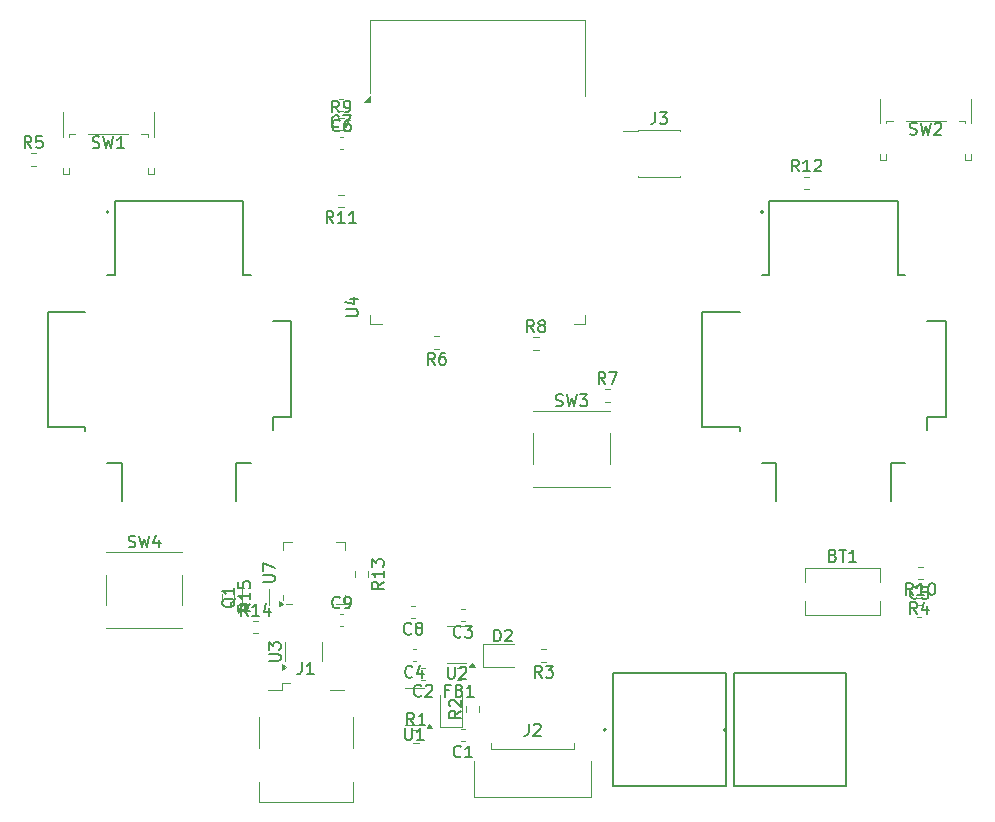
<source format=gbr>
%TF.GenerationSoftware,KiCad,Pcbnew,8.0.6*%
%TF.CreationDate,2025-03-30T10:45:59+02:00*%
%TF.ProjectId,RcSender,52635365-6e64-4657-922e-6b696361645f,rev?*%
%TF.SameCoordinates,Original*%
%TF.FileFunction,Legend,Top*%
%TF.FilePolarity,Positive*%
%FSLAX46Y46*%
G04 Gerber Fmt 4.6, Leading zero omitted, Abs format (unit mm)*
G04 Created by KiCad (PCBNEW 8.0.6) date 2025-03-30 10:45:59*
%MOMM*%
%LPD*%
G01*
G04 APERTURE LIST*
%ADD10C,0.150000*%
%ADD11C,0.120000*%
%ADD12C,0.127000*%
%ADD13C,0.200000*%
G04 APERTURE END LIST*
D10*
X66084819Y-122967857D02*
X65608628Y-123301190D01*
X66084819Y-123539285D02*
X65084819Y-123539285D01*
X65084819Y-123539285D02*
X65084819Y-123158333D01*
X65084819Y-123158333D02*
X65132438Y-123063095D01*
X65132438Y-123063095D02*
X65180057Y-123015476D01*
X65180057Y-123015476D02*
X65275295Y-122967857D01*
X65275295Y-122967857D02*
X65418152Y-122967857D01*
X65418152Y-122967857D02*
X65513390Y-123015476D01*
X65513390Y-123015476D02*
X65561009Y-123063095D01*
X65561009Y-123063095D02*
X65608628Y-123158333D01*
X65608628Y-123158333D02*
X65608628Y-123539285D01*
X66084819Y-122015476D02*
X66084819Y-122586904D01*
X66084819Y-122301190D02*
X65084819Y-122301190D01*
X65084819Y-122301190D02*
X65227676Y-122396428D01*
X65227676Y-122396428D02*
X65322914Y-122491666D01*
X65322914Y-122491666D02*
X65370533Y-122586904D01*
X65084819Y-121682142D02*
X65084819Y-121063095D01*
X65084819Y-121063095D02*
X65465771Y-121396428D01*
X65465771Y-121396428D02*
X65465771Y-121253571D01*
X65465771Y-121253571D02*
X65513390Y-121158333D01*
X65513390Y-121158333D02*
X65561009Y-121110714D01*
X65561009Y-121110714D02*
X65656247Y-121063095D01*
X65656247Y-121063095D02*
X65894342Y-121063095D01*
X65894342Y-121063095D02*
X65989580Y-121110714D01*
X65989580Y-121110714D02*
X66037200Y-121158333D01*
X66037200Y-121158333D02*
X66084819Y-121253571D01*
X66084819Y-121253571D02*
X66084819Y-121539285D01*
X66084819Y-121539285D02*
X66037200Y-121634523D01*
X66037200Y-121634523D02*
X65989580Y-121682142D01*
X53530057Y-124365238D02*
X53482438Y-124460476D01*
X53482438Y-124460476D02*
X53387200Y-124555714D01*
X53387200Y-124555714D02*
X53244342Y-124698571D01*
X53244342Y-124698571D02*
X53196723Y-124793809D01*
X53196723Y-124793809D02*
X53196723Y-124889047D01*
X53434819Y-124841428D02*
X53387200Y-124936666D01*
X53387200Y-124936666D02*
X53291961Y-125031904D01*
X53291961Y-125031904D02*
X53101485Y-125079523D01*
X53101485Y-125079523D02*
X52768152Y-125079523D01*
X52768152Y-125079523D02*
X52577676Y-125031904D01*
X52577676Y-125031904D02*
X52482438Y-124936666D01*
X52482438Y-124936666D02*
X52434819Y-124841428D01*
X52434819Y-124841428D02*
X52434819Y-124650952D01*
X52434819Y-124650952D02*
X52482438Y-124555714D01*
X52482438Y-124555714D02*
X52577676Y-124460476D01*
X52577676Y-124460476D02*
X52768152Y-124412857D01*
X52768152Y-124412857D02*
X53101485Y-124412857D01*
X53101485Y-124412857D02*
X53291961Y-124460476D01*
X53291961Y-124460476D02*
X53387200Y-124555714D01*
X53387200Y-124555714D02*
X53434819Y-124650952D01*
X53434819Y-124650952D02*
X53434819Y-124841428D01*
X53434819Y-123460476D02*
X53434819Y-124031904D01*
X53434819Y-123746190D02*
X52434819Y-123746190D01*
X52434819Y-123746190D02*
X52577676Y-123841428D01*
X52577676Y-123841428D02*
X52672914Y-123936666D01*
X52672914Y-123936666D02*
X52720533Y-124031904D01*
X62899819Y-100476904D02*
X63709342Y-100476904D01*
X63709342Y-100476904D02*
X63804580Y-100429285D01*
X63804580Y-100429285D02*
X63852200Y-100381666D01*
X63852200Y-100381666D02*
X63899819Y-100286428D01*
X63899819Y-100286428D02*
X63899819Y-100095952D01*
X63899819Y-100095952D02*
X63852200Y-100000714D01*
X63852200Y-100000714D02*
X63804580Y-99953095D01*
X63804580Y-99953095D02*
X63709342Y-99905476D01*
X63709342Y-99905476D02*
X62899819Y-99905476D01*
X63233152Y-99000714D02*
X63899819Y-99000714D01*
X62852200Y-99238809D02*
X63566485Y-99476904D01*
X63566485Y-99476904D02*
X63566485Y-98857857D01*
X71525595Y-130154819D02*
X71525595Y-130964342D01*
X71525595Y-130964342D02*
X71573214Y-131059580D01*
X71573214Y-131059580D02*
X71620833Y-131107200D01*
X71620833Y-131107200D02*
X71716071Y-131154819D01*
X71716071Y-131154819D02*
X71906547Y-131154819D01*
X71906547Y-131154819D02*
X72001785Y-131107200D01*
X72001785Y-131107200D02*
X72049404Y-131059580D01*
X72049404Y-131059580D02*
X72097023Y-130964342D01*
X72097023Y-130964342D02*
X72097023Y-130154819D01*
X72525595Y-130250057D02*
X72573214Y-130202438D01*
X72573214Y-130202438D02*
X72668452Y-130154819D01*
X72668452Y-130154819D02*
X72906547Y-130154819D01*
X72906547Y-130154819D02*
X73001785Y-130202438D01*
X73001785Y-130202438D02*
X73049404Y-130250057D01*
X73049404Y-130250057D02*
X73097023Y-130345295D01*
X73097023Y-130345295D02*
X73097023Y-130440533D01*
X73097023Y-130440533D02*
X73049404Y-130583390D01*
X73049404Y-130583390D02*
X72477976Y-131154819D01*
X72477976Y-131154819D02*
X73097023Y-131154819D01*
X72624819Y-133891666D02*
X72148628Y-134224999D01*
X72624819Y-134463094D02*
X71624819Y-134463094D01*
X71624819Y-134463094D02*
X71624819Y-134082142D01*
X71624819Y-134082142D02*
X71672438Y-133986904D01*
X71672438Y-133986904D02*
X71720057Y-133939285D01*
X71720057Y-133939285D02*
X71815295Y-133891666D01*
X71815295Y-133891666D02*
X71958152Y-133891666D01*
X71958152Y-133891666D02*
X72053390Y-133939285D01*
X72053390Y-133939285D02*
X72101009Y-133986904D01*
X72101009Y-133986904D02*
X72148628Y-134082142D01*
X72148628Y-134082142D02*
X72148628Y-134463094D01*
X71720057Y-133510713D02*
X71672438Y-133463094D01*
X71672438Y-133463094D02*
X71624819Y-133367856D01*
X71624819Y-133367856D02*
X71624819Y-133129761D01*
X71624819Y-133129761D02*
X71672438Y-133034523D01*
X71672438Y-133034523D02*
X71720057Y-132986904D01*
X71720057Y-132986904D02*
X71815295Y-132939285D01*
X71815295Y-132939285D02*
X71910533Y-132939285D01*
X71910533Y-132939285D02*
X72053390Y-132986904D01*
X72053390Y-132986904D02*
X72624819Y-133558332D01*
X72624819Y-133558332D02*
X72624819Y-132939285D01*
X72633333Y-127589580D02*
X72585714Y-127637200D01*
X72585714Y-127637200D02*
X72442857Y-127684819D01*
X72442857Y-127684819D02*
X72347619Y-127684819D01*
X72347619Y-127684819D02*
X72204762Y-127637200D01*
X72204762Y-127637200D02*
X72109524Y-127541961D01*
X72109524Y-127541961D02*
X72061905Y-127446723D01*
X72061905Y-127446723D02*
X72014286Y-127256247D01*
X72014286Y-127256247D02*
X72014286Y-127113390D01*
X72014286Y-127113390D02*
X72061905Y-126922914D01*
X72061905Y-126922914D02*
X72109524Y-126827676D01*
X72109524Y-126827676D02*
X72204762Y-126732438D01*
X72204762Y-126732438D02*
X72347619Y-126684819D01*
X72347619Y-126684819D02*
X72442857Y-126684819D01*
X72442857Y-126684819D02*
X72585714Y-126732438D01*
X72585714Y-126732438D02*
X72633333Y-126780057D01*
X72966667Y-126684819D02*
X73585714Y-126684819D01*
X73585714Y-126684819D02*
X73252381Y-127065771D01*
X73252381Y-127065771D02*
X73395238Y-127065771D01*
X73395238Y-127065771D02*
X73490476Y-127113390D01*
X73490476Y-127113390D02*
X73538095Y-127161009D01*
X73538095Y-127161009D02*
X73585714Y-127256247D01*
X73585714Y-127256247D02*
X73585714Y-127494342D01*
X73585714Y-127494342D02*
X73538095Y-127589580D01*
X73538095Y-127589580D02*
X73490476Y-127637200D01*
X73490476Y-127637200D02*
X73395238Y-127684819D01*
X73395238Y-127684819D02*
X73109524Y-127684819D01*
X73109524Y-127684819D02*
X73014286Y-127637200D01*
X73014286Y-127637200D02*
X72966667Y-127589580D01*
X41441667Y-86199700D02*
X41584524Y-86247319D01*
X41584524Y-86247319D02*
X41822619Y-86247319D01*
X41822619Y-86247319D02*
X41917857Y-86199700D01*
X41917857Y-86199700D02*
X41965476Y-86152080D01*
X41965476Y-86152080D02*
X42013095Y-86056842D01*
X42013095Y-86056842D02*
X42013095Y-85961604D01*
X42013095Y-85961604D02*
X41965476Y-85866366D01*
X41965476Y-85866366D02*
X41917857Y-85818747D01*
X41917857Y-85818747D02*
X41822619Y-85771128D01*
X41822619Y-85771128D02*
X41632143Y-85723509D01*
X41632143Y-85723509D02*
X41536905Y-85675890D01*
X41536905Y-85675890D02*
X41489286Y-85628271D01*
X41489286Y-85628271D02*
X41441667Y-85533033D01*
X41441667Y-85533033D02*
X41441667Y-85437795D01*
X41441667Y-85437795D02*
X41489286Y-85342557D01*
X41489286Y-85342557D02*
X41536905Y-85294938D01*
X41536905Y-85294938D02*
X41632143Y-85247319D01*
X41632143Y-85247319D02*
X41870238Y-85247319D01*
X41870238Y-85247319D02*
X42013095Y-85294938D01*
X42346429Y-85247319D02*
X42584524Y-86247319D01*
X42584524Y-86247319D02*
X42775000Y-85533033D01*
X42775000Y-85533033D02*
X42965476Y-86247319D01*
X42965476Y-86247319D02*
X43203572Y-85247319D01*
X44108333Y-86247319D02*
X43536905Y-86247319D01*
X43822619Y-86247319D02*
X43822619Y-85247319D01*
X43822619Y-85247319D02*
X43727381Y-85390176D01*
X43727381Y-85390176D02*
X43632143Y-85485414D01*
X43632143Y-85485414D02*
X43536905Y-85533033D01*
X75424405Y-128004819D02*
X75424405Y-127004819D01*
X75424405Y-127004819D02*
X75662500Y-127004819D01*
X75662500Y-127004819D02*
X75805357Y-127052438D01*
X75805357Y-127052438D02*
X75900595Y-127147676D01*
X75900595Y-127147676D02*
X75948214Y-127242914D01*
X75948214Y-127242914D02*
X75995833Y-127433390D01*
X75995833Y-127433390D02*
X75995833Y-127576247D01*
X75995833Y-127576247D02*
X75948214Y-127766723D01*
X75948214Y-127766723D02*
X75900595Y-127861961D01*
X75900595Y-127861961D02*
X75805357Y-127957200D01*
X75805357Y-127957200D02*
X75662500Y-128004819D01*
X75662500Y-128004819D02*
X75424405Y-128004819D01*
X76376786Y-127100057D02*
X76424405Y-127052438D01*
X76424405Y-127052438D02*
X76519643Y-127004819D01*
X76519643Y-127004819D02*
X76757738Y-127004819D01*
X76757738Y-127004819D02*
X76852976Y-127052438D01*
X76852976Y-127052438D02*
X76900595Y-127100057D01*
X76900595Y-127100057D02*
X76948214Y-127195295D01*
X76948214Y-127195295D02*
X76948214Y-127290533D01*
X76948214Y-127290533D02*
X76900595Y-127433390D01*
X76900595Y-127433390D02*
X76329167Y-128004819D01*
X76329167Y-128004819D02*
X76948214Y-128004819D01*
X79458333Y-131084819D02*
X79125000Y-130608628D01*
X78886905Y-131084819D02*
X78886905Y-130084819D01*
X78886905Y-130084819D02*
X79267857Y-130084819D01*
X79267857Y-130084819D02*
X79363095Y-130132438D01*
X79363095Y-130132438D02*
X79410714Y-130180057D01*
X79410714Y-130180057D02*
X79458333Y-130275295D01*
X79458333Y-130275295D02*
X79458333Y-130418152D01*
X79458333Y-130418152D02*
X79410714Y-130513390D01*
X79410714Y-130513390D02*
X79363095Y-130561009D01*
X79363095Y-130561009D02*
X79267857Y-130608628D01*
X79267857Y-130608628D02*
X78886905Y-130608628D01*
X79791667Y-130084819D02*
X80410714Y-130084819D01*
X80410714Y-130084819D02*
X80077381Y-130465771D01*
X80077381Y-130465771D02*
X80220238Y-130465771D01*
X80220238Y-130465771D02*
X80315476Y-130513390D01*
X80315476Y-130513390D02*
X80363095Y-130561009D01*
X80363095Y-130561009D02*
X80410714Y-130656247D01*
X80410714Y-130656247D02*
X80410714Y-130894342D01*
X80410714Y-130894342D02*
X80363095Y-130989580D01*
X80363095Y-130989580D02*
X80315476Y-131037200D01*
X80315476Y-131037200D02*
X80220238Y-131084819D01*
X80220238Y-131084819D02*
X79934524Y-131084819D01*
X79934524Y-131084819D02*
X79839286Y-131037200D01*
X79839286Y-131037200D02*
X79791667Y-130989580D01*
X62358333Y-125129580D02*
X62310714Y-125177200D01*
X62310714Y-125177200D02*
X62167857Y-125224819D01*
X62167857Y-125224819D02*
X62072619Y-125224819D01*
X62072619Y-125224819D02*
X61929762Y-125177200D01*
X61929762Y-125177200D02*
X61834524Y-125081961D01*
X61834524Y-125081961D02*
X61786905Y-124986723D01*
X61786905Y-124986723D02*
X61739286Y-124796247D01*
X61739286Y-124796247D02*
X61739286Y-124653390D01*
X61739286Y-124653390D02*
X61786905Y-124462914D01*
X61786905Y-124462914D02*
X61834524Y-124367676D01*
X61834524Y-124367676D02*
X61929762Y-124272438D01*
X61929762Y-124272438D02*
X62072619Y-124224819D01*
X62072619Y-124224819D02*
X62167857Y-124224819D01*
X62167857Y-124224819D02*
X62310714Y-124272438D01*
X62310714Y-124272438D02*
X62358333Y-124320057D01*
X62834524Y-125224819D02*
X63025000Y-125224819D01*
X63025000Y-125224819D02*
X63120238Y-125177200D01*
X63120238Y-125177200D02*
X63167857Y-125129580D01*
X63167857Y-125129580D02*
X63263095Y-124986723D01*
X63263095Y-124986723D02*
X63310714Y-124796247D01*
X63310714Y-124796247D02*
X63310714Y-124415295D01*
X63310714Y-124415295D02*
X63263095Y-124320057D01*
X63263095Y-124320057D02*
X63215476Y-124272438D01*
X63215476Y-124272438D02*
X63120238Y-124224819D01*
X63120238Y-124224819D02*
X62929762Y-124224819D01*
X62929762Y-124224819D02*
X62834524Y-124272438D01*
X62834524Y-124272438D02*
X62786905Y-124320057D01*
X62786905Y-124320057D02*
X62739286Y-124415295D01*
X62739286Y-124415295D02*
X62739286Y-124653390D01*
X62739286Y-124653390D02*
X62786905Y-124748628D01*
X62786905Y-124748628D02*
X62834524Y-124796247D01*
X62834524Y-124796247D02*
X62929762Y-124843866D01*
X62929762Y-124843866D02*
X63120238Y-124843866D01*
X63120238Y-124843866D02*
X63215476Y-124796247D01*
X63215476Y-124796247D02*
X63263095Y-124748628D01*
X63263095Y-124748628D02*
X63310714Y-124653390D01*
X71654166Y-132161009D02*
X71320833Y-132161009D01*
X71320833Y-132684819D02*
X71320833Y-131684819D01*
X71320833Y-131684819D02*
X71797023Y-131684819D01*
X72511309Y-132161009D02*
X72654166Y-132208628D01*
X72654166Y-132208628D02*
X72701785Y-132256247D01*
X72701785Y-132256247D02*
X72749404Y-132351485D01*
X72749404Y-132351485D02*
X72749404Y-132494342D01*
X72749404Y-132494342D02*
X72701785Y-132589580D01*
X72701785Y-132589580D02*
X72654166Y-132637200D01*
X72654166Y-132637200D02*
X72558928Y-132684819D01*
X72558928Y-132684819D02*
X72177976Y-132684819D01*
X72177976Y-132684819D02*
X72177976Y-131684819D01*
X72177976Y-131684819D02*
X72511309Y-131684819D01*
X72511309Y-131684819D02*
X72606547Y-131732438D01*
X72606547Y-131732438D02*
X72654166Y-131780057D01*
X72654166Y-131780057D02*
X72701785Y-131875295D01*
X72701785Y-131875295D02*
X72701785Y-131970533D01*
X72701785Y-131970533D02*
X72654166Y-132065771D01*
X72654166Y-132065771D02*
X72606547Y-132113390D01*
X72606547Y-132113390D02*
X72511309Y-132161009D01*
X72511309Y-132161009D02*
X72177976Y-132161009D01*
X73701785Y-132684819D02*
X73130357Y-132684819D01*
X73416071Y-132684819D02*
X73416071Y-131684819D01*
X73416071Y-131684819D02*
X73320833Y-131827676D01*
X73320833Y-131827676D02*
X73225595Y-131922914D01*
X73225595Y-131922914D02*
X73130357Y-131970533D01*
X80666667Y-108057200D02*
X80809524Y-108104819D01*
X80809524Y-108104819D02*
X81047619Y-108104819D01*
X81047619Y-108104819D02*
X81142857Y-108057200D01*
X81142857Y-108057200D02*
X81190476Y-108009580D01*
X81190476Y-108009580D02*
X81238095Y-107914342D01*
X81238095Y-107914342D02*
X81238095Y-107819104D01*
X81238095Y-107819104D02*
X81190476Y-107723866D01*
X81190476Y-107723866D02*
X81142857Y-107676247D01*
X81142857Y-107676247D02*
X81047619Y-107628628D01*
X81047619Y-107628628D02*
X80857143Y-107581009D01*
X80857143Y-107581009D02*
X80761905Y-107533390D01*
X80761905Y-107533390D02*
X80714286Y-107485771D01*
X80714286Y-107485771D02*
X80666667Y-107390533D01*
X80666667Y-107390533D02*
X80666667Y-107295295D01*
X80666667Y-107295295D02*
X80714286Y-107200057D01*
X80714286Y-107200057D02*
X80761905Y-107152438D01*
X80761905Y-107152438D02*
X80857143Y-107104819D01*
X80857143Y-107104819D02*
X81095238Y-107104819D01*
X81095238Y-107104819D02*
X81238095Y-107152438D01*
X81571429Y-107104819D02*
X81809524Y-108104819D01*
X81809524Y-108104819D02*
X82000000Y-107390533D01*
X82000000Y-107390533D02*
X82190476Y-108104819D01*
X82190476Y-108104819D02*
X82428572Y-107104819D01*
X82714286Y-107104819D02*
X83333333Y-107104819D01*
X83333333Y-107104819D02*
X83000000Y-107485771D01*
X83000000Y-107485771D02*
X83142857Y-107485771D01*
X83142857Y-107485771D02*
X83238095Y-107533390D01*
X83238095Y-107533390D02*
X83285714Y-107581009D01*
X83285714Y-107581009D02*
X83333333Y-107676247D01*
X83333333Y-107676247D02*
X83333333Y-107914342D01*
X83333333Y-107914342D02*
X83285714Y-108009580D01*
X83285714Y-108009580D02*
X83238095Y-108057200D01*
X83238095Y-108057200D02*
X83142857Y-108104819D01*
X83142857Y-108104819D02*
X82857143Y-108104819D01*
X82857143Y-108104819D02*
X82761905Y-108057200D01*
X82761905Y-108057200D02*
X82714286Y-108009580D01*
X84858333Y-106224819D02*
X84525000Y-105748628D01*
X84286905Y-106224819D02*
X84286905Y-105224819D01*
X84286905Y-105224819D02*
X84667857Y-105224819D01*
X84667857Y-105224819D02*
X84763095Y-105272438D01*
X84763095Y-105272438D02*
X84810714Y-105320057D01*
X84810714Y-105320057D02*
X84858333Y-105415295D01*
X84858333Y-105415295D02*
X84858333Y-105558152D01*
X84858333Y-105558152D02*
X84810714Y-105653390D01*
X84810714Y-105653390D02*
X84763095Y-105701009D01*
X84763095Y-105701009D02*
X84667857Y-105748628D01*
X84667857Y-105748628D02*
X84286905Y-105748628D01*
X85191667Y-105224819D02*
X85858333Y-105224819D01*
X85858333Y-105224819D02*
X85429762Y-106224819D01*
X72633333Y-137739580D02*
X72585714Y-137787200D01*
X72585714Y-137787200D02*
X72442857Y-137834819D01*
X72442857Y-137834819D02*
X72347619Y-137834819D01*
X72347619Y-137834819D02*
X72204762Y-137787200D01*
X72204762Y-137787200D02*
X72109524Y-137691961D01*
X72109524Y-137691961D02*
X72061905Y-137596723D01*
X72061905Y-137596723D02*
X72014286Y-137406247D01*
X72014286Y-137406247D02*
X72014286Y-137263390D01*
X72014286Y-137263390D02*
X72061905Y-137072914D01*
X72061905Y-137072914D02*
X72109524Y-136977676D01*
X72109524Y-136977676D02*
X72204762Y-136882438D01*
X72204762Y-136882438D02*
X72347619Y-136834819D01*
X72347619Y-136834819D02*
X72442857Y-136834819D01*
X72442857Y-136834819D02*
X72585714Y-136882438D01*
X72585714Y-136882438D02*
X72633333Y-136930057D01*
X73585714Y-137834819D02*
X73014286Y-137834819D01*
X73300000Y-137834819D02*
X73300000Y-136834819D01*
X73300000Y-136834819D02*
X73204762Y-136977676D01*
X73204762Y-136977676D02*
X73109524Y-137072914D01*
X73109524Y-137072914D02*
X73014286Y-137120533D01*
X36258333Y-86224819D02*
X35925000Y-85748628D01*
X35686905Y-86224819D02*
X35686905Y-85224819D01*
X35686905Y-85224819D02*
X36067857Y-85224819D01*
X36067857Y-85224819D02*
X36163095Y-85272438D01*
X36163095Y-85272438D02*
X36210714Y-85320057D01*
X36210714Y-85320057D02*
X36258333Y-85415295D01*
X36258333Y-85415295D02*
X36258333Y-85558152D01*
X36258333Y-85558152D02*
X36210714Y-85653390D01*
X36210714Y-85653390D02*
X36163095Y-85701009D01*
X36163095Y-85701009D02*
X36067857Y-85748628D01*
X36067857Y-85748628D02*
X35686905Y-85748628D01*
X37163095Y-85224819D02*
X36686905Y-85224819D01*
X36686905Y-85224819D02*
X36639286Y-85701009D01*
X36639286Y-85701009D02*
X36686905Y-85653390D01*
X36686905Y-85653390D02*
X36782143Y-85605771D01*
X36782143Y-85605771D02*
X37020238Y-85605771D01*
X37020238Y-85605771D02*
X37115476Y-85653390D01*
X37115476Y-85653390D02*
X37163095Y-85701009D01*
X37163095Y-85701009D02*
X37210714Y-85796247D01*
X37210714Y-85796247D02*
X37210714Y-86034342D01*
X37210714Y-86034342D02*
X37163095Y-86129580D01*
X37163095Y-86129580D02*
X37115476Y-86177200D01*
X37115476Y-86177200D02*
X37020238Y-86224819D01*
X37020238Y-86224819D02*
X36782143Y-86224819D01*
X36782143Y-86224819D02*
X36686905Y-86177200D01*
X36686905Y-86177200D02*
X36639286Y-86129580D01*
X101232142Y-88224819D02*
X100898809Y-87748628D01*
X100660714Y-88224819D02*
X100660714Y-87224819D01*
X100660714Y-87224819D02*
X101041666Y-87224819D01*
X101041666Y-87224819D02*
X101136904Y-87272438D01*
X101136904Y-87272438D02*
X101184523Y-87320057D01*
X101184523Y-87320057D02*
X101232142Y-87415295D01*
X101232142Y-87415295D02*
X101232142Y-87558152D01*
X101232142Y-87558152D02*
X101184523Y-87653390D01*
X101184523Y-87653390D02*
X101136904Y-87701009D01*
X101136904Y-87701009D02*
X101041666Y-87748628D01*
X101041666Y-87748628D02*
X100660714Y-87748628D01*
X102184523Y-88224819D02*
X101613095Y-88224819D01*
X101898809Y-88224819D02*
X101898809Y-87224819D01*
X101898809Y-87224819D02*
X101803571Y-87367676D01*
X101803571Y-87367676D02*
X101708333Y-87462914D01*
X101708333Y-87462914D02*
X101613095Y-87510533D01*
X102565476Y-87320057D02*
X102613095Y-87272438D01*
X102613095Y-87272438D02*
X102708333Y-87224819D01*
X102708333Y-87224819D02*
X102946428Y-87224819D01*
X102946428Y-87224819D02*
X103041666Y-87272438D01*
X103041666Y-87272438D02*
X103089285Y-87320057D01*
X103089285Y-87320057D02*
X103136904Y-87415295D01*
X103136904Y-87415295D02*
X103136904Y-87510533D01*
X103136904Y-87510533D02*
X103089285Y-87653390D01*
X103089285Y-87653390D02*
X102517857Y-88224819D01*
X102517857Y-88224819D02*
X103136904Y-88224819D01*
X89066666Y-83189819D02*
X89066666Y-83904104D01*
X89066666Y-83904104D02*
X89019047Y-84046961D01*
X89019047Y-84046961D02*
X88923809Y-84142200D01*
X88923809Y-84142200D02*
X88780952Y-84189819D01*
X88780952Y-84189819D02*
X88685714Y-84189819D01*
X89447619Y-83189819D02*
X90066666Y-83189819D01*
X90066666Y-83189819D02*
X89733333Y-83570771D01*
X89733333Y-83570771D02*
X89876190Y-83570771D01*
X89876190Y-83570771D02*
X89971428Y-83618390D01*
X89971428Y-83618390D02*
X90019047Y-83666009D01*
X90019047Y-83666009D02*
X90066666Y-83761247D01*
X90066666Y-83761247D02*
X90066666Y-83999342D01*
X90066666Y-83999342D02*
X90019047Y-84094580D01*
X90019047Y-84094580D02*
X89971428Y-84142200D01*
X89971428Y-84142200D02*
X89876190Y-84189819D01*
X89876190Y-84189819D02*
X89590476Y-84189819D01*
X89590476Y-84189819D02*
X89495238Y-84142200D01*
X89495238Y-84142200D02*
X89447619Y-84094580D01*
X55854819Y-122961904D02*
X56664342Y-122961904D01*
X56664342Y-122961904D02*
X56759580Y-122914285D01*
X56759580Y-122914285D02*
X56807200Y-122866666D01*
X56807200Y-122866666D02*
X56854819Y-122771428D01*
X56854819Y-122771428D02*
X56854819Y-122580952D01*
X56854819Y-122580952D02*
X56807200Y-122485714D01*
X56807200Y-122485714D02*
X56759580Y-122438095D01*
X56759580Y-122438095D02*
X56664342Y-122390476D01*
X56664342Y-122390476D02*
X55854819Y-122390476D01*
X55854819Y-122009523D02*
X55854819Y-121342857D01*
X55854819Y-121342857D02*
X56854819Y-121771428D01*
X104139285Y-120731009D02*
X104282142Y-120778628D01*
X104282142Y-120778628D02*
X104329761Y-120826247D01*
X104329761Y-120826247D02*
X104377380Y-120921485D01*
X104377380Y-120921485D02*
X104377380Y-121064342D01*
X104377380Y-121064342D02*
X104329761Y-121159580D01*
X104329761Y-121159580D02*
X104282142Y-121207200D01*
X104282142Y-121207200D02*
X104186904Y-121254819D01*
X104186904Y-121254819D02*
X103805952Y-121254819D01*
X103805952Y-121254819D02*
X103805952Y-120254819D01*
X103805952Y-120254819D02*
X104139285Y-120254819D01*
X104139285Y-120254819D02*
X104234523Y-120302438D01*
X104234523Y-120302438D02*
X104282142Y-120350057D01*
X104282142Y-120350057D02*
X104329761Y-120445295D01*
X104329761Y-120445295D02*
X104329761Y-120540533D01*
X104329761Y-120540533D02*
X104282142Y-120635771D01*
X104282142Y-120635771D02*
X104234523Y-120683390D01*
X104234523Y-120683390D02*
X104139285Y-120731009D01*
X104139285Y-120731009D02*
X103805952Y-120731009D01*
X104663095Y-120254819D02*
X105234523Y-120254819D01*
X104948809Y-121254819D02*
X104948809Y-120254819D01*
X106091666Y-121254819D02*
X105520238Y-121254819D01*
X105805952Y-121254819D02*
X105805952Y-120254819D01*
X105805952Y-120254819D02*
X105710714Y-120397676D01*
X105710714Y-120397676D02*
X105615476Y-120492914D01*
X105615476Y-120492914D02*
X105520238Y-120540533D01*
X54784819Y-124842857D02*
X54308628Y-125176190D01*
X54784819Y-125414285D02*
X53784819Y-125414285D01*
X53784819Y-125414285D02*
X53784819Y-125033333D01*
X53784819Y-125033333D02*
X53832438Y-124938095D01*
X53832438Y-124938095D02*
X53880057Y-124890476D01*
X53880057Y-124890476D02*
X53975295Y-124842857D01*
X53975295Y-124842857D02*
X54118152Y-124842857D01*
X54118152Y-124842857D02*
X54213390Y-124890476D01*
X54213390Y-124890476D02*
X54261009Y-124938095D01*
X54261009Y-124938095D02*
X54308628Y-125033333D01*
X54308628Y-125033333D02*
X54308628Y-125414285D01*
X54784819Y-123890476D02*
X54784819Y-124461904D01*
X54784819Y-124176190D02*
X53784819Y-124176190D01*
X53784819Y-124176190D02*
X53927676Y-124271428D01*
X53927676Y-124271428D02*
X54022914Y-124366666D01*
X54022914Y-124366666D02*
X54070533Y-124461904D01*
X53784819Y-122985714D02*
X53784819Y-123461904D01*
X53784819Y-123461904D02*
X54261009Y-123509523D01*
X54261009Y-123509523D02*
X54213390Y-123461904D01*
X54213390Y-123461904D02*
X54165771Y-123366666D01*
X54165771Y-123366666D02*
X54165771Y-123128571D01*
X54165771Y-123128571D02*
X54213390Y-123033333D01*
X54213390Y-123033333D02*
X54261009Y-122985714D01*
X54261009Y-122985714D02*
X54356247Y-122938095D01*
X54356247Y-122938095D02*
X54594342Y-122938095D01*
X54594342Y-122938095D02*
X54689580Y-122985714D01*
X54689580Y-122985714D02*
X54737200Y-123033333D01*
X54737200Y-123033333D02*
X54784819Y-123128571D01*
X54784819Y-123128571D02*
X54784819Y-123366666D01*
X54784819Y-123366666D02*
X54737200Y-123461904D01*
X54737200Y-123461904D02*
X54689580Y-123509523D01*
X54582142Y-125824819D02*
X54248809Y-125348628D01*
X54010714Y-125824819D02*
X54010714Y-124824819D01*
X54010714Y-124824819D02*
X54391666Y-124824819D01*
X54391666Y-124824819D02*
X54486904Y-124872438D01*
X54486904Y-124872438D02*
X54534523Y-124920057D01*
X54534523Y-124920057D02*
X54582142Y-125015295D01*
X54582142Y-125015295D02*
X54582142Y-125158152D01*
X54582142Y-125158152D02*
X54534523Y-125253390D01*
X54534523Y-125253390D02*
X54486904Y-125301009D01*
X54486904Y-125301009D02*
X54391666Y-125348628D01*
X54391666Y-125348628D02*
X54010714Y-125348628D01*
X55534523Y-125824819D02*
X54963095Y-125824819D01*
X55248809Y-125824819D02*
X55248809Y-124824819D01*
X55248809Y-124824819D02*
X55153571Y-124967676D01*
X55153571Y-124967676D02*
X55058333Y-125062914D01*
X55058333Y-125062914D02*
X54963095Y-125110533D01*
X56391666Y-125158152D02*
X56391666Y-125824819D01*
X56153571Y-124777200D02*
X55915476Y-125491485D01*
X55915476Y-125491485D02*
X56534523Y-125491485D01*
X78366666Y-134984819D02*
X78366666Y-135699104D01*
X78366666Y-135699104D02*
X78319047Y-135841961D01*
X78319047Y-135841961D02*
X78223809Y-135937200D01*
X78223809Y-135937200D02*
X78080952Y-135984819D01*
X78080952Y-135984819D02*
X77985714Y-135984819D01*
X78795238Y-135080057D02*
X78842857Y-135032438D01*
X78842857Y-135032438D02*
X78938095Y-134984819D01*
X78938095Y-134984819D02*
X79176190Y-134984819D01*
X79176190Y-134984819D02*
X79271428Y-135032438D01*
X79271428Y-135032438D02*
X79319047Y-135080057D01*
X79319047Y-135080057D02*
X79366666Y-135175295D01*
X79366666Y-135175295D02*
X79366666Y-135270533D01*
X79366666Y-135270533D02*
X79319047Y-135413390D01*
X79319047Y-135413390D02*
X78747619Y-135984819D01*
X78747619Y-135984819D02*
X79366666Y-135984819D01*
X56354819Y-129661904D02*
X57164342Y-129661904D01*
X57164342Y-129661904D02*
X57259580Y-129614285D01*
X57259580Y-129614285D02*
X57307200Y-129566666D01*
X57307200Y-129566666D02*
X57354819Y-129471428D01*
X57354819Y-129471428D02*
X57354819Y-129280952D01*
X57354819Y-129280952D02*
X57307200Y-129185714D01*
X57307200Y-129185714D02*
X57259580Y-129138095D01*
X57259580Y-129138095D02*
X57164342Y-129090476D01*
X57164342Y-129090476D02*
X56354819Y-129090476D01*
X56354819Y-128709523D02*
X56354819Y-128090476D01*
X56354819Y-128090476D02*
X56735771Y-128423809D01*
X56735771Y-128423809D02*
X56735771Y-128280952D01*
X56735771Y-128280952D02*
X56783390Y-128185714D01*
X56783390Y-128185714D02*
X56831009Y-128138095D01*
X56831009Y-128138095D02*
X56926247Y-128090476D01*
X56926247Y-128090476D02*
X57164342Y-128090476D01*
X57164342Y-128090476D02*
X57259580Y-128138095D01*
X57259580Y-128138095D02*
X57307200Y-128185714D01*
X57307200Y-128185714D02*
X57354819Y-128280952D01*
X57354819Y-128280952D02*
X57354819Y-128566666D01*
X57354819Y-128566666D02*
X57307200Y-128661904D01*
X57307200Y-128661904D02*
X57259580Y-128709523D01*
X68508333Y-130989580D02*
X68460714Y-131037200D01*
X68460714Y-131037200D02*
X68317857Y-131084819D01*
X68317857Y-131084819D02*
X68222619Y-131084819D01*
X68222619Y-131084819D02*
X68079762Y-131037200D01*
X68079762Y-131037200D02*
X67984524Y-130941961D01*
X67984524Y-130941961D02*
X67936905Y-130846723D01*
X67936905Y-130846723D02*
X67889286Y-130656247D01*
X67889286Y-130656247D02*
X67889286Y-130513390D01*
X67889286Y-130513390D02*
X67936905Y-130322914D01*
X67936905Y-130322914D02*
X67984524Y-130227676D01*
X67984524Y-130227676D02*
X68079762Y-130132438D01*
X68079762Y-130132438D02*
X68222619Y-130084819D01*
X68222619Y-130084819D02*
X68317857Y-130084819D01*
X68317857Y-130084819D02*
X68460714Y-130132438D01*
X68460714Y-130132438D02*
X68508333Y-130180057D01*
X69365476Y-130418152D02*
X69365476Y-131084819D01*
X69127381Y-130037200D02*
X68889286Y-130751485D01*
X68889286Y-130751485D02*
X69508333Y-130751485D01*
X78808333Y-101824819D02*
X78475000Y-101348628D01*
X78236905Y-101824819D02*
X78236905Y-100824819D01*
X78236905Y-100824819D02*
X78617857Y-100824819D01*
X78617857Y-100824819D02*
X78713095Y-100872438D01*
X78713095Y-100872438D02*
X78760714Y-100920057D01*
X78760714Y-100920057D02*
X78808333Y-101015295D01*
X78808333Y-101015295D02*
X78808333Y-101158152D01*
X78808333Y-101158152D02*
X78760714Y-101253390D01*
X78760714Y-101253390D02*
X78713095Y-101301009D01*
X78713095Y-101301009D02*
X78617857Y-101348628D01*
X78617857Y-101348628D02*
X78236905Y-101348628D01*
X79379762Y-101253390D02*
X79284524Y-101205771D01*
X79284524Y-101205771D02*
X79236905Y-101158152D01*
X79236905Y-101158152D02*
X79189286Y-101062914D01*
X79189286Y-101062914D02*
X79189286Y-101015295D01*
X79189286Y-101015295D02*
X79236905Y-100920057D01*
X79236905Y-100920057D02*
X79284524Y-100872438D01*
X79284524Y-100872438D02*
X79379762Y-100824819D01*
X79379762Y-100824819D02*
X79570238Y-100824819D01*
X79570238Y-100824819D02*
X79665476Y-100872438D01*
X79665476Y-100872438D02*
X79713095Y-100920057D01*
X79713095Y-100920057D02*
X79760714Y-101015295D01*
X79760714Y-101015295D02*
X79760714Y-101062914D01*
X79760714Y-101062914D02*
X79713095Y-101158152D01*
X79713095Y-101158152D02*
X79665476Y-101205771D01*
X79665476Y-101205771D02*
X79570238Y-101253390D01*
X79570238Y-101253390D02*
X79379762Y-101253390D01*
X79379762Y-101253390D02*
X79284524Y-101301009D01*
X79284524Y-101301009D02*
X79236905Y-101348628D01*
X79236905Y-101348628D02*
X79189286Y-101443866D01*
X79189286Y-101443866D02*
X79189286Y-101634342D01*
X79189286Y-101634342D02*
X79236905Y-101729580D01*
X79236905Y-101729580D02*
X79284524Y-101777200D01*
X79284524Y-101777200D02*
X79379762Y-101824819D01*
X79379762Y-101824819D02*
X79570238Y-101824819D01*
X79570238Y-101824819D02*
X79665476Y-101777200D01*
X79665476Y-101777200D02*
X79713095Y-101729580D01*
X79713095Y-101729580D02*
X79760714Y-101634342D01*
X79760714Y-101634342D02*
X79760714Y-101443866D01*
X79760714Y-101443866D02*
X79713095Y-101348628D01*
X79713095Y-101348628D02*
X79665476Y-101301009D01*
X79665476Y-101301009D02*
X79570238Y-101253390D01*
X62308333Y-83224819D02*
X61975000Y-82748628D01*
X61736905Y-83224819D02*
X61736905Y-82224819D01*
X61736905Y-82224819D02*
X62117857Y-82224819D01*
X62117857Y-82224819D02*
X62213095Y-82272438D01*
X62213095Y-82272438D02*
X62260714Y-82320057D01*
X62260714Y-82320057D02*
X62308333Y-82415295D01*
X62308333Y-82415295D02*
X62308333Y-82558152D01*
X62308333Y-82558152D02*
X62260714Y-82653390D01*
X62260714Y-82653390D02*
X62213095Y-82701009D01*
X62213095Y-82701009D02*
X62117857Y-82748628D01*
X62117857Y-82748628D02*
X61736905Y-82748628D01*
X62784524Y-83224819D02*
X62975000Y-83224819D01*
X62975000Y-83224819D02*
X63070238Y-83177200D01*
X63070238Y-83177200D02*
X63117857Y-83129580D01*
X63117857Y-83129580D02*
X63213095Y-82986723D01*
X63213095Y-82986723D02*
X63260714Y-82796247D01*
X63260714Y-82796247D02*
X63260714Y-82415295D01*
X63260714Y-82415295D02*
X63213095Y-82320057D01*
X63213095Y-82320057D02*
X63165476Y-82272438D01*
X63165476Y-82272438D02*
X63070238Y-82224819D01*
X63070238Y-82224819D02*
X62879762Y-82224819D01*
X62879762Y-82224819D02*
X62784524Y-82272438D01*
X62784524Y-82272438D02*
X62736905Y-82320057D01*
X62736905Y-82320057D02*
X62689286Y-82415295D01*
X62689286Y-82415295D02*
X62689286Y-82653390D01*
X62689286Y-82653390D02*
X62736905Y-82748628D01*
X62736905Y-82748628D02*
X62784524Y-82796247D01*
X62784524Y-82796247D02*
X62879762Y-82843866D01*
X62879762Y-82843866D02*
X63070238Y-82843866D01*
X63070238Y-82843866D02*
X63165476Y-82796247D01*
X63165476Y-82796247D02*
X63213095Y-82748628D01*
X63213095Y-82748628D02*
X63260714Y-82653390D01*
X111233333Y-124329580D02*
X111185714Y-124377200D01*
X111185714Y-124377200D02*
X111042857Y-124424819D01*
X111042857Y-124424819D02*
X110947619Y-124424819D01*
X110947619Y-124424819D02*
X110804762Y-124377200D01*
X110804762Y-124377200D02*
X110709524Y-124281961D01*
X110709524Y-124281961D02*
X110661905Y-124186723D01*
X110661905Y-124186723D02*
X110614286Y-123996247D01*
X110614286Y-123996247D02*
X110614286Y-123853390D01*
X110614286Y-123853390D02*
X110661905Y-123662914D01*
X110661905Y-123662914D02*
X110709524Y-123567676D01*
X110709524Y-123567676D02*
X110804762Y-123472438D01*
X110804762Y-123472438D02*
X110947619Y-123424819D01*
X110947619Y-123424819D02*
X111042857Y-123424819D01*
X111042857Y-123424819D02*
X111185714Y-123472438D01*
X111185714Y-123472438D02*
X111233333Y-123520057D01*
X112138095Y-123424819D02*
X111661905Y-123424819D01*
X111661905Y-123424819D02*
X111614286Y-123901009D01*
X111614286Y-123901009D02*
X111661905Y-123853390D01*
X111661905Y-123853390D02*
X111757143Y-123805771D01*
X111757143Y-123805771D02*
X111995238Y-123805771D01*
X111995238Y-123805771D02*
X112090476Y-123853390D01*
X112090476Y-123853390D02*
X112138095Y-123901009D01*
X112138095Y-123901009D02*
X112185714Y-123996247D01*
X112185714Y-123996247D02*
X112185714Y-124234342D01*
X112185714Y-124234342D02*
X112138095Y-124329580D01*
X112138095Y-124329580D02*
X112090476Y-124377200D01*
X112090476Y-124377200D02*
X111995238Y-124424819D01*
X111995238Y-124424819D02*
X111757143Y-124424819D01*
X111757143Y-124424819D02*
X111661905Y-124377200D01*
X111661905Y-124377200D02*
X111614286Y-124329580D01*
X69258333Y-132589580D02*
X69210714Y-132637200D01*
X69210714Y-132637200D02*
X69067857Y-132684819D01*
X69067857Y-132684819D02*
X68972619Y-132684819D01*
X68972619Y-132684819D02*
X68829762Y-132637200D01*
X68829762Y-132637200D02*
X68734524Y-132541961D01*
X68734524Y-132541961D02*
X68686905Y-132446723D01*
X68686905Y-132446723D02*
X68639286Y-132256247D01*
X68639286Y-132256247D02*
X68639286Y-132113390D01*
X68639286Y-132113390D02*
X68686905Y-131922914D01*
X68686905Y-131922914D02*
X68734524Y-131827676D01*
X68734524Y-131827676D02*
X68829762Y-131732438D01*
X68829762Y-131732438D02*
X68972619Y-131684819D01*
X68972619Y-131684819D02*
X69067857Y-131684819D01*
X69067857Y-131684819D02*
X69210714Y-131732438D01*
X69210714Y-131732438D02*
X69258333Y-131780057D01*
X69639286Y-131780057D02*
X69686905Y-131732438D01*
X69686905Y-131732438D02*
X69782143Y-131684819D01*
X69782143Y-131684819D02*
X70020238Y-131684819D01*
X70020238Y-131684819D02*
X70115476Y-131732438D01*
X70115476Y-131732438D02*
X70163095Y-131780057D01*
X70163095Y-131780057D02*
X70210714Y-131875295D01*
X70210714Y-131875295D02*
X70210714Y-131970533D01*
X70210714Y-131970533D02*
X70163095Y-132113390D01*
X70163095Y-132113390D02*
X69591667Y-132684819D01*
X69591667Y-132684819D02*
X70210714Y-132684819D01*
X44486667Y-120007200D02*
X44629524Y-120054819D01*
X44629524Y-120054819D02*
X44867619Y-120054819D01*
X44867619Y-120054819D02*
X44962857Y-120007200D01*
X44962857Y-120007200D02*
X45010476Y-119959580D01*
X45010476Y-119959580D02*
X45058095Y-119864342D01*
X45058095Y-119864342D02*
X45058095Y-119769104D01*
X45058095Y-119769104D02*
X45010476Y-119673866D01*
X45010476Y-119673866D02*
X44962857Y-119626247D01*
X44962857Y-119626247D02*
X44867619Y-119578628D01*
X44867619Y-119578628D02*
X44677143Y-119531009D01*
X44677143Y-119531009D02*
X44581905Y-119483390D01*
X44581905Y-119483390D02*
X44534286Y-119435771D01*
X44534286Y-119435771D02*
X44486667Y-119340533D01*
X44486667Y-119340533D02*
X44486667Y-119245295D01*
X44486667Y-119245295D02*
X44534286Y-119150057D01*
X44534286Y-119150057D02*
X44581905Y-119102438D01*
X44581905Y-119102438D02*
X44677143Y-119054819D01*
X44677143Y-119054819D02*
X44915238Y-119054819D01*
X44915238Y-119054819D02*
X45058095Y-119102438D01*
X45391429Y-119054819D02*
X45629524Y-120054819D01*
X45629524Y-120054819D02*
X45820000Y-119340533D01*
X45820000Y-119340533D02*
X46010476Y-120054819D01*
X46010476Y-120054819D02*
X46248572Y-119054819D01*
X47058095Y-119388152D02*
X47058095Y-120054819D01*
X46820000Y-119007200D02*
X46581905Y-119721485D01*
X46581905Y-119721485D02*
X47200952Y-119721485D01*
X68408333Y-127339580D02*
X68360714Y-127387200D01*
X68360714Y-127387200D02*
X68217857Y-127434819D01*
X68217857Y-127434819D02*
X68122619Y-127434819D01*
X68122619Y-127434819D02*
X67979762Y-127387200D01*
X67979762Y-127387200D02*
X67884524Y-127291961D01*
X67884524Y-127291961D02*
X67836905Y-127196723D01*
X67836905Y-127196723D02*
X67789286Y-127006247D01*
X67789286Y-127006247D02*
X67789286Y-126863390D01*
X67789286Y-126863390D02*
X67836905Y-126672914D01*
X67836905Y-126672914D02*
X67884524Y-126577676D01*
X67884524Y-126577676D02*
X67979762Y-126482438D01*
X67979762Y-126482438D02*
X68122619Y-126434819D01*
X68122619Y-126434819D02*
X68217857Y-126434819D01*
X68217857Y-126434819D02*
X68360714Y-126482438D01*
X68360714Y-126482438D02*
X68408333Y-126530057D01*
X68979762Y-126863390D02*
X68884524Y-126815771D01*
X68884524Y-126815771D02*
X68836905Y-126768152D01*
X68836905Y-126768152D02*
X68789286Y-126672914D01*
X68789286Y-126672914D02*
X68789286Y-126625295D01*
X68789286Y-126625295D02*
X68836905Y-126530057D01*
X68836905Y-126530057D02*
X68884524Y-126482438D01*
X68884524Y-126482438D02*
X68979762Y-126434819D01*
X68979762Y-126434819D02*
X69170238Y-126434819D01*
X69170238Y-126434819D02*
X69265476Y-126482438D01*
X69265476Y-126482438D02*
X69313095Y-126530057D01*
X69313095Y-126530057D02*
X69360714Y-126625295D01*
X69360714Y-126625295D02*
X69360714Y-126672914D01*
X69360714Y-126672914D02*
X69313095Y-126768152D01*
X69313095Y-126768152D02*
X69265476Y-126815771D01*
X69265476Y-126815771D02*
X69170238Y-126863390D01*
X69170238Y-126863390D02*
X68979762Y-126863390D01*
X68979762Y-126863390D02*
X68884524Y-126911009D01*
X68884524Y-126911009D02*
X68836905Y-126958628D01*
X68836905Y-126958628D02*
X68789286Y-127053866D01*
X68789286Y-127053866D02*
X68789286Y-127244342D01*
X68789286Y-127244342D02*
X68836905Y-127339580D01*
X68836905Y-127339580D02*
X68884524Y-127387200D01*
X68884524Y-127387200D02*
X68979762Y-127434819D01*
X68979762Y-127434819D02*
X69170238Y-127434819D01*
X69170238Y-127434819D02*
X69265476Y-127387200D01*
X69265476Y-127387200D02*
X69313095Y-127339580D01*
X69313095Y-127339580D02*
X69360714Y-127244342D01*
X69360714Y-127244342D02*
X69360714Y-127053866D01*
X69360714Y-127053866D02*
X69313095Y-126958628D01*
X69313095Y-126958628D02*
X69265476Y-126911009D01*
X69265476Y-126911009D02*
X69170238Y-126863390D01*
X68658333Y-135074819D02*
X68325000Y-134598628D01*
X68086905Y-135074819D02*
X68086905Y-134074819D01*
X68086905Y-134074819D02*
X68467857Y-134074819D01*
X68467857Y-134074819D02*
X68563095Y-134122438D01*
X68563095Y-134122438D02*
X68610714Y-134170057D01*
X68610714Y-134170057D02*
X68658333Y-134265295D01*
X68658333Y-134265295D02*
X68658333Y-134408152D01*
X68658333Y-134408152D02*
X68610714Y-134503390D01*
X68610714Y-134503390D02*
X68563095Y-134551009D01*
X68563095Y-134551009D02*
X68467857Y-134598628D01*
X68467857Y-134598628D02*
X68086905Y-134598628D01*
X69610714Y-135074819D02*
X69039286Y-135074819D01*
X69325000Y-135074819D02*
X69325000Y-134074819D01*
X69325000Y-134074819D02*
X69229762Y-134217676D01*
X69229762Y-134217676D02*
X69134524Y-134312914D01*
X69134524Y-134312914D02*
X69039286Y-134360533D01*
X61832142Y-92584819D02*
X61498809Y-92108628D01*
X61260714Y-92584819D02*
X61260714Y-91584819D01*
X61260714Y-91584819D02*
X61641666Y-91584819D01*
X61641666Y-91584819D02*
X61736904Y-91632438D01*
X61736904Y-91632438D02*
X61784523Y-91680057D01*
X61784523Y-91680057D02*
X61832142Y-91775295D01*
X61832142Y-91775295D02*
X61832142Y-91918152D01*
X61832142Y-91918152D02*
X61784523Y-92013390D01*
X61784523Y-92013390D02*
X61736904Y-92061009D01*
X61736904Y-92061009D02*
X61641666Y-92108628D01*
X61641666Y-92108628D02*
X61260714Y-92108628D01*
X62784523Y-92584819D02*
X62213095Y-92584819D01*
X62498809Y-92584819D02*
X62498809Y-91584819D01*
X62498809Y-91584819D02*
X62403571Y-91727676D01*
X62403571Y-91727676D02*
X62308333Y-91822914D01*
X62308333Y-91822914D02*
X62213095Y-91870533D01*
X63736904Y-92584819D02*
X63165476Y-92584819D01*
X63451190Y-92584819D02*
X63451190Y-91584819D01*
X63451190Y-91584819D02*
X63355952Y-91727676D01*
X63355952Y-91727676D02*
X63260714Y-91822914D01*
X63260714Y-91822914D02*
X63165476Y-91870533D01*
X62358333Y-84729580D02*
X62310714Y-84777200D01*
X62310714Y-84777200D02*
X62167857Y-84824819D01*
X62167857Y-84824819D02*
X62072619Y-84824819D01*
X62072619Y-84824819D02*
X61929762Y-84777200D01*
X61929762Y-84777200D02*
X61834524Y-84681961D01*
X61834524Y-84681961D02*
X61786905Y-84586723D01*
X61786905Y-84586723D02*
X61739286Y-84396247D01*
X61739286Y-84396247D02*
X61739286Y-84253390D01*
X61739286Y-84253390D02*
X61786905Y-84062914D01*
X61786905Y-84062914D02*
X61834524Y-83967676D01*
X61834524Y-83967676D02*
X61929762Y-83872438D01*
X61929762Y-83872438D02*
X62072619Y-83824819D01*
X62072619Y-83824819D02*
X62167857Y-83824819D01*
X62167857Y-83824819D02*
X62310714Y-83872438D01*
X62310714Y-83872438D02*
X62358333Y-83920057D01*
X63215476Y-83824819D02*
X63025000Y-83824819D01*
X63025000Y-83824819D02*
X62929762Y-83872438D01*
X62929762Y-83872438D02*
X62882143Y-83920057D01*
X62882143Y-83920057D02*
X62786905Y-84062914D01*
X62786905Y-84062914D02*
X62739286Y-84253390D01*
X62739286Y-84253390D02*
X62739286Y-84634342D01*
X62739286Y-84634342D02*
X62786905Y-84729580D01*
X62786905Y-84729580D02*
X62834524Y-84777200D01*
X62834524Y-84777200D02*
X62929762Y-84824819D01*
X62929762Y-84824819D02*
X63120238Y-84824819D01*
X63120238Y-84824819D02*
X63215476Y-84777200D01*
X63215476Y-84777200D02*
X63263095Y-84729580D01*
X63263095Y-84729580D02*
X63310714Y-84634342D01*
X63310714Y-84634342D02*
X63310714Y-84396247D01*
X63310714Y-84396247D02*
X63263095Y-84301009D01*
X63263095Y-84301009D02*
X63215476Y-84253390D01*
X63215476Y-84253390D02*
X63120238Y-84205771D01*
X63120238Y-84205771D02*
X62929762Y-84205771D01*
X62929762Y-84205771D02*
X62834524Y-84253390D01*
X62834524Y-84253390D02*
X62786905Y-84301009D01*
X62786905Y-84301009D02*
X62739286Y-84396247D01*
X62308333Y-84389580D02*
X62260714Y-84437200D01*
X62260714Y-84437200D02*
X62117857Y-84484819D01*
X62117857Y-84484819D02*
X62022619Y-84484819D01*
X62022619Y-84484819D02*
X61879762Y-84437200D01*
X61879762Y-84437200D02*
X61784524Y-84341961D01*
X61784524Y-84341961D02*
X61736905Y-84246723D01*
X61736905Y-84246723D02*
X61689286Y-84056247D01*
X61689286Y-84056247D02*
X61689286Y-83913390D01*
X61689286Y-83913390D02*
X61736905Y-83722914D01*
X61736905Y-83722914D02*
X61784524Y-83627676D01*
X61784524Y-83627676D02*
X61879762Y-83532438D01*
X61879762Y-83532438D02*
X62022619Y-83484819D01*
X62022619Y-83484819D02*
X62117857Y-83484819D01*
X62117857Y-83484819D02*
X62260714Y-83532438D01*
X62260714Y-83532438D02*
X62308333Y-83580057D01*
X62641667Y-83484819D02*
X63308333Y-83484819D01*
X63308333Y-83484819D02*
X62879762Y-84484819D01*
X110882142Y-124084819D02*
X110548809Y-123608628D01*
X110310714Y-124084819D02*
X110310714Y-123084819D01*
X110310714Y-123084819D02*
X110691666Y-123084819D01*
X110691666Y-123084819D02*
X110786904Y-123132438D01*
X110786904Y-123132438D02*
X110834523Y-123180057D01*
X110834523Y-123180057D02*
X110882142Y-123275295D01*
X110882142Y-123275295D02*
X110882142Y-123418152D01*
X110882142Y-123418152D02*
X110834523Y-123513390D01*
X110834523Y-123513390D02*
X110786904Y-123561009D01*
X110786904Y-123561009D02*
X110691666Y-123608628D01*
X110691666Y-123608628D02*
X110310714Y-123608628D01*
X111834523Y-124084819D02*
X111263095Y-124084819D01*
X111548809Y-124084819D02*
X111548809Y-123084819D01*
X111548809Y-123084819D02*
X111453571Y-123227676D01*
X111453571Y-123227676D02*
X111358333Y-123322914D01*
X111358333Y-123322914D02*
X111263095Y-123370533D01*
X112453571Y-123084819D02*
X112548809Y-123084819D01*
X112548809Y-123084819D02*
X112644047Y-123132438D01*
X112644047Y-123132438D02*
X112691666Y-123180057D01*
X112691666Y-123180057D02*
X112739285Y-123275295D01*
X112739285Y-123275295D02*
X112786904Y-123465771D01*
X112786904Y-123465771D02*
X112786904Y-123703866D01*
X112786904Y-123703866D02*
X112739285Y-123894342D01*
X112739285Y-123894342D02*
X112691666Y-123989580D01*
X112691666Y-123989580D02*
X112644047Y-124037200D01*
X112644047Y-124037200D02*
X112548809Y-124084819D01*
X112548809Y-124084819D02*
X112453571Y-124084819D01*
X112453571Y-124084819D02*
X112358333Y-124037200D01*
X112358333Y-124037200D02*
X112310714Y-123989580D01*
X112310714Y-123989580D02*
X112263095Y-123894342D01*
X112263095Y-123894342D02*
X112215476Y-123703866D01*
X112215476Y-123703866D02*
X112215476Y-123465771D01*
X112215476Y-123465771D02*
X112263095Y-123275295D01*
X112263095Y-123275295D02*
X112310714Y-123180057D01*
X112310714Y-123180057D02*
X112358333Y-123132438D01*
X112358333Y-123132438D02*
X112453571Y-123084819D01*
X67900595Y-135354819D02*
X67900595Y-136164342D01*
X67900595Y-136164342D02*
X67948214Y-136259580D01*
X67948214Y-136259580D02*
X67995833Y-136307200D01*
X67995833Y-136307200D02*
X68091071Y-136354819D01*
X68091071Y-136354819D02*
X68281547Y-136354819D01*
X68281547Y-136354819D02*
X68376785Y-136307200D01*
X68376785Y-136307200D02*
X68424404Y-136259580D01*
X68424404Y-136259580D02*
X68472023Y-136164342D01*
X68472023Y-136164342D02*
X68472023Y-135354819D01*
X69472023Y-136354819D02*
X68900595Y-136354819D01*
X69186309Y-136354819D02*
X69186309Y-135354819D01*
X69186309Y-135354819D02*
X69091071Y-135497676D01*
X69091071Y-135497676D02*
X68995833Y-135592914D01*
X68995833Y-135592914D02*
X68900595Y-135640533D01*
X70408333Y-104584819D02*
X70075000Y-104108628D01*
X69836905Y-104584819D02*
X69836905Y-103584819D01*
X69836905Y-103584819D02*
X70217857Y-103584819D01*
X70217857Y-103584819D02*
X70313095Y-103632438D01*
X70313095Y-103632438D02*
X70360714Y-103680057D01*
X70360714Y-103680057D02*
X70408333Y-103775295D01*
X70408333Y-103775295D02*
X70408333Y-103918152D01*
X70408333Y-103918152D02*
X70360714Y-104013390D01*
X70360714Y-104013390D02*
X70313095Y-104061009D01*
X70313095Y-104061009D02*
X70217857Y-104108628D01*
X70217857Y-104108628D02*
X69836905Y-104108628D01*
X71265476Y-103584819D02*
X71075000Y-103584819D01*
X71075000Y-103584819D02*
X70979762Y-103632438D01*
X70979762Y-103632438D02*
X70932143Y-103680057D01*
X70932143Y-103680057D02*
X70836905Y-103822914D01*
X70836905Y-103822914D02*
X70789286Y-104013390D01*
X70789286Y-104013390D02*
X70789286Y-104394342D01*
X70789286Y-104394342D02*
X70836905Y-104489580D01*
X70836905Y-104489580D02*
X70884524Y-104537200D01*
X70884524Y-104537200D02*
X70979762Y-104584819D01*
X70979762Y-104584819D02*
X71170238Y-104584819D01*
X71170238Y-104584819D02*
X71265476Y-104537200D01*
X71265476Y-104537200D02*
X71313095Y-104489580D01*
X71313095Y-104489580D02*
X71360714Y-104394342D01*
X71360714Y-104394342D02*
X71360714Y-104156247D01*
X71360714Y-104156247D02*
X71313095Y-104061009D01*
X71313095Y-104061009D02*
X71265476Y-104013390D01*
X71265476Y-104013390D02*
X71170238Y-103965771D01*
X71170238Y-103965771D02*
X70979762Y-103965771D01*
X70979762Y-103965771D02*
X70884524Y-104013390D01*
X70884524Y-104013390D02*
X70836905Y-104061009D01*
X70836905Y-104061009D02*
X70789286Y-104156247D01*
X110641667Y-85049700D02*
X110784524Y-85097319D01*
X110784524Y-85097319D02*
X111022619Y-85097319D01*
X111022619Y-85097319D02*
X111117857Y-85049700D01*
X111117857Y-85049700D02*
X111165476Y-85002080D01*
X111165476Y-85002080D02*
X111213095Y-84906842D01*
X111213095Y-84906842D02*
X111213095Y-84811604D01*
X111213095Y-84811604D02*
X111165476Y-84716366D01*
X111165476Y-84716366D02*
X111117857Y-84668747D01*
X111117857Y-84668747D02*
X111022619Y-84621128D01*
X111022619Y-84621128D02*
X110832143Y-84573509D01*
X110832143Y-84573509D02*
X110736905Y-84525890D01*
X110736905Y-84525890D02*
X110689286Y-84478271D01*
X110689286Y-84478271D02*
X110641667Y-84383033D01*
X110641667Y-84383033D02*
X110641667Y-84287795D01*
X110641667Y-84287795D02*
X110689286Y-84192557D01*
X110689286Y-84192557D02*
X110736905Y-84144938D01*
X110736905Y-84144938D02*
X110832143Y-84097319D01*
X110832143Y-84097319D02*
X111070238Y-84097319D01*
X111070238Y-84097319D02*
X111213095Y-84144938D01*
X111546429Y-84097319D02*
X111784524Y-85097319D01*
X111784524Y-85097319D02*
X111975000Y-84383033D01*
X111975000Y-84383033D02*
X112165476Y-85097319D01*
X112165476Y-85097319D02*
X112403572Y-84097319D01*
X112736905Y-84192557D02*
X112784524Y-84144938D01*
X112784524Y-84144938D02*
X112879762Y-84097319D01*
X112879762Y-84097319D02*
X113117857Y-84097319D01*
X113117857Y-84097319D02*
X113213095Y-84144938D01*
X113213095Y-84144938D02*
X113260714Y-84192557D01*
X113260714Y-84192557D02*
X113308333Y-84287795D01*
X113308333Y-84287795D02*
X113308333Y-84383033D01*
X113308333Y-84383033D02*
X113260714Y-84525890D01*
X113260714Y-84525890D02*
X112689286Y-85097319D01*
X112689286Y-85097319D02*
X113308333Y-85097319D01*
X111258333Y-125684819D02*
X110925000Y-125208628D01*
X110686905Y-125684819D02*
X110686905Y-124684819D01*
X110686905Y-124684819D02*
X111067857Y-124684819D01*
X111067857Y-124684819D02*
X111163095Y-124732438D01*
X111163095Y-124732438D02*
X111210714Y-124780057D01*
X111210714Y-124780057D02*
X111258333Y-124875295D01*
X111258333Y-124875295D02*
X111258333Y-125018152D01*
X111258333Y-125018152D02*
X111210714Y-125113390D01*
X111210714Y-125113390D02*
X111163095Y-125161009D01*
X111163095Y-125161009D02*
X111067857Y-125208628D01*
X111067857Y-125208628D02*
X110686905Y-125208628D01*
X112115476Y-125018152D02*
X112115476Y-125684819D01*
X111877381Y-124637200D02*
X111639286Y-125351485D01*
X111639286Y-125351485D02*
X112258333Y-125351485D01*
X59166666Y-129779819D02*
X59166666Y-130494104D01*
X59166666Y-130494104D02*
X59119047Y-130636961D01*
X59119047Y-130636961D02*
X59023809Y-130732200D01*
X59023809Y-130732200D02*
X58880952Y-130779819D01*
X58880952Y-130779819D02*
X58785714Y-130779819D01*
X60166666Y-130779819D02*
X59595238Y-130779819D01*
X59880952Y-130779819D02*
X59880952Y-129779819D01*
X59880952Y-129779819D02*
X59785714Y-129922676D01*
X59785714Y-129922676D02*
X59690476Y-130017914D01*
X59690476Y-130017914D02*
X59595238Y-130065533D01*
D11*
%TO.C,R13*%
X63677500Y-122087742D02*
X63677500Y-122562258D01*
X64722500Y-122087742D02*
X64722500Y-122562258D01*
D12*
%TO.C,POT1*%
X95725000Y-130720000D02*
X95725000Y-140250000D01*
X95725000Y-140250000D02*
X105255000Y-140250000D01*
X105255000Y-130720000D02*
X95725000Y-130720000D01*
X105255000Y-140250000D02*
X105255000Y-130720000D01*
D13*
X95090000Y-135500000D02*
G75*
G02*
X94890000Y-135500000I-100000J0D01*
G01*
X94890000Y-135500000D02*
G75*
G02*
X95090000Y-135500000I100000J0D01*
G01*
D11*
%TO.C,Q1*%
X54070000Y-124980000D02*
X54070000Y-123570000D01*
X56390000Y-124970000D02*
X56390000Y-123570000D01*
X54120000Y-125350000D02*
X53790000Y-125590000D01*
X53790000Y-125110000D01*
X54120000Y-125350000D01*
G36*
X54120000Y-125350000D02*
G01*
X53790000Y-125590000D01*
X53790000Y-125110000D01*
X54120000Y-125350000D01*
G37*
%TO.C,U4*%
X64935000Y-75425000D02*
X64935000Y-81585000D01*
X64935000Y-75425000D02*
X83175000Y-75425000D01*
X64935000Y-100385000D02*
X64935000Y-101165000D01*
X64935000Y-101165000D02*
X65935000Y-101165000D01*
X83175000Y-75425000D02*
X83175000Y-81840000D01*
X83175000Y-100385000D02*
X83175000Y-101165000D01*
X83175000Y-101165000D02*
X82175000Y-101165000D01*
X64930000Y-82310000D02*
X64430000Y-82310000D01*
X64930000Y-81810000D01*
X64930000Y-82310000D01*
G36*
X64930000Y-82310000D02*
G01*
X64430000Y-82310000D01*
X64930000Y-81810000D01*
X64930000Y-82310000D01*
G37*
%TO.C,U2*%
X72287500Y-126740000D02*
X71487500Y-126740000D01*
X72287500Y-126740000D02*
X73087500Y-126740000D01*
X72287500Y-129860000D02*
X71487500Y-129860000D01*
X72287500Y-129860000D02*
X73087500Y-129860000D01*
X73827500Y-130140000D02*
X73347500Y-130140000D01*
X73587500Y-129810000D01*
X73827500Y-130140000D01*
G36*
X73827500Y-130140000D02*
G01*
X73347500Y-130140000D01*
X73587500Y-129810000D01*
X73827500Y-130140000D01*
G37*
%TO.C,R2*%
X73077500Y-133962258D02*
X73077500Y-133487742D01*
X74122500Y-133962258D02*
X74122500Y-133487742D01*
%TO.C,C3*%
X72940580Y-125290000D02*
X72659420Y-125290000D01*
X72940580Y-126310000D02*
X72659420Y-126310000D01*
%TO.C,SW1*%
X38915000Y-83212500D02*
X38915000Y-85312500D01*
X38915000Y-87912500D02*
X38915000Y-88422500D01*
X38915000Y-88422500D02*
X39435000Y-88422500D01*
X39435000Y-85082500D02*
X39435000Y-85312500D01*
X39435000Y-85082500D02*
X39975000Y-85082500D01*
X39435000Y-87912500D02*
X39435000Y-88422500D01*
X41075000Y-85082500D02*
X44475000Y-85082500D01*
X45575000Y-85082500D02*
X46115000Y-85082500D01*
X46115000Y-85082500D02*
X46115000Y-85312500D01*
X46115000Y-87912500D02*
X46115000Y-88422500D01*
X46115000Y-88422500D02*
X46635000Y-88422500D01*
X46635000Y-83212500D02*
X46635000Y-85312500D01*
X46635000Y-87912500D02*
X46635000Y-88422500D01*
%TO.C,D2*%
X74477500Y-128240000D02*
X74477500Y-130160000D01*
X74477500Y-130160000D02*
X77162500Y-130160000D01*
X77162500Y-128240000D02*
X74477500Y-128240000D01*
%TO.C,R3*%
X79862258Y-128677500D02*
X79387742Y-128677500D01*
X79862258Y-129722500D02*
X79387742Y-129722500D01*
%TO.C,D1*%
X70840000Y-132537500D02*
X70840000Y-135222500D01*
X70840000Y-135222500D02*
X72760000Y-135222500D01*
X72760000Y-135222500D02*
X72760000Y-132537500D01*
%TO.C,C9*%
X62384420Y-125690000D02*
X62665580Y-125690000D01*
X62384420Y-126710000D02*
X62665580Y-126710000D01*
%TO.C,FB1*%
X72650279Y-130290000D02*
X72324721Y-130290000D01*
X72650279Y-131310000D02*
X72324721Y-131310000D01*
%TO.C,SW3*%
X78770000Y-108470000D02*
X85230000Y-108470000D01*
X78770000Y-108500000D02*
X78770000Y-108470000D01*
X78770000Y-110400000D02*
X78770000Y-113000000D01*
X78770000Y-114930000D02*
X78770000Y-114900000D01*
X78770000Y-114930000D02*
X85230000Y-114930000D01*
X85230000Y-108470000D02*
X85230000Y-108500000D01*
X85230000Y-110400000D02*
X85230000Y-113000000D01*
X85230000Y-114930000D02*
X85230000Y-114900000D01*
%TO.C,R7*%
X84787742Y-106677500D02*
X85262258Y-106677500D01*
X84787742Y-107722500D02*
X85262258Y-107722500D01*
%TO.C,C1*%
X72940580Y-135440000D02*
X72659420Y-135440000D01*
X72940580Y-136460000D02*
X72659420Y-136460000D01*
%TO.C,R5*%
X36187742Y-86677500D02*
X36662258Y-86677500D01*
X36187742Y-87722500D02*
X36662258Y-87722500D01*
%TO.C,R12*%
X101637742Y-88677500D02*
X102112258Y-88677500D01*
X101637742Y-89722500D02*
X102112258Y-89722500D01*
%TO.C,J3*%
X86310000Y-84800000D02*
X87635000Y-84800000D01*
X87635000Y-84735000D02*
X87635000Y-84800000D01*
X87635000Y-84735000D02*
X91165000Y-84735000D01*
X87635000Y-88600000D02*
X87635000Y-88665000D01*
X87635000Y-88665000D02*
X91165000Y-88665000D01*
X91165000Y-84735000D02*
X91165000Y-84800000D01*
X91165000Y-88600000D02*
X91165000Y-88665000D01*
%TO.C,U7*%
X57590000Y-119590000D02*
X58315000Y-119590000D01*
X57590000Y-120315000D02*
X57590000Y-119590000D01*
X57590000Y-124085000D02*
X57590000Y-124510000D01*
X58315000Y-124810000D02*
X57830000Y-124810000D01*
X62810000Y-119590000D02*
X62085000Y-119590000D01*
X62810000Y-120315000D02*
X62810000Y-119590000D01*
X62810000Y-124085000D02*
X62810000Y-124810000D01*
X62810000Y-124810000D02*
X62085000Y-124810000D01*
X57590000Y-124810000D02*
X57260000Y-125050000D01*
X57260000Y-124570000D01*
X57590000Y-124810000D01*
G36*
X57590000Y-124810000D02*
G01*
X57260000Y-125050000D01*
X57260000Y-124570000D01*
X57590000Y-124810000D01*
G37*
%TO.C,BT1*%
X101725000Y-121800000D02*
X101725000Y-123000000D01*
X101725000Y-124600000D02*
X101725000Y-125800000D01*
X101725000Y-125800000D02*
X108125000Y-125800000D01*
X108125000Y-121800000D02*
X101725000Y-121800000D01*
X108125000Y-123000000D02*
X108125000Y-121800000D01*
X108125000Y-125800000D02*
X108125000Y-124600000D01*
%TO.C,R15*%
X52377500Y-123962742D02*
X52377500Y-124437258D01*
X53422500Y-123962742D02*
X53422500Y-124437258D01*
%TO.C,R14*%
X54987742Y-126277500D02*
X55462258Y-126277500D01*
X54987742Y-127322500D02*
X55462258Y-127322500D01*
%TO.C,J2*%
X73765000Y-138135000D02*
X73765000Y-141210000D01*
X73765000Y-141210000D02*
X83635000Y-141210000D01*
X75185000Y-136620000D02*
X75185000Y-137120000D01*
X75185000Y-137120000D02*
X82215000Y-137120000D01*
X75205000Y-136620000D02*
X75185000Y-136620000D01*
X82215000Y-136620000D02*
X82195000Y-136620000D01*
X82215000Y-137120000D02*
X82215000Y-136620000D01*
X83635000Y-141210000D02*
X83635000Y-138135000D01*
%TO.C,U3*%
X57740000Y-128900000D02*
X57740000Y-128100000D01*
X57740000Y-128900000D02*
X57740000Y-129700000D01*
X60860000Y-128900000D02*
X60860000Y-128100000D01*
X60860000Y-128900000D02*
X60860000Y-129700000D01*
X57790000Y-130200000D02*
X57460000Y-130440000D01*
X57460000Y-129960000D01*
X57790000Y-130200000D01*
G36*
X57790000Y-130200000D02*
G01*
X57460000Y-130440000D01*
X57460000Y-129960000D01*
X57790000Y-130200000D01*
G37*
%TO.C,C4*%
X68815580Y-128690000D02*
X68534420Y-128690000D01*
X68815580Y-129710000D02*
X68534420Y-129710000D01*
%TO.C,R8*%
X78737742Y-102277500D02*
X79212258Y-102277500D01*
X78737742Y-103322500D02*
X79212258Y-103322500D01*
%TO.C,R9*%
X62237742Y-83677500D02*
X62712258Y-83677500D01*
X62237742Y-84722500D02*
X62712258Y-84722500D01*
%TO.C,C5*%
X111259420Y-124890000D02*
X111540580Y-124890000D01*
X111259420Y-125910000D02*
X111540580Y-125910000D01*
%TO.C,C2*%
X69565580Y-130290000D02*
X69284420Y-130290000D01*
X69565580Y-131310000D02*
X69284420Y-131310000D01*
%TO.C,SW4*%
X42590000Y-120420000D02*
X49050000Y-120420000D01*
X42590000Y-120450000D02*
X42590000Y-120420000D01*
X42590000Y-122350000D02*
X42590000Y-124950000D01*
X42590000Y-126880000D02*
X42590000Y-126850000D01*
X42590000Y-126880000D02*
X49050000Y-126880000D01*
X49050000Y-120420000D02*
X49050000Y-120450000D01*
X49050000Y-122350000D02*
X49050000Y-124950000D01*
X49050000Y-126880000D02*
X49050000Y-126850000D01*
%TO.C,C8*%
X68715580Y-125040000D02*
X68434420Y-125040000D01*
X68715580Y-126060000D02*
X68434420Y-126060000D01*
%TO.C,R1*%
X68587742Y-135527500D02*
X69062258Y-135527500D01*
X68587742Y-136572500D02*
X69062258Y-136572500D01*
D12*
%TO.C,U5*%
X37650000Y-100100000D02*
X40800000Y-100100000D01*
X37650000Y-109900000D02*
X37650000Y-100100000D01*
X40800000Y-109900000D02*
X37650000Y-109900000D01*
X40800000Y-110170000D02*
X40800000Y-109900000D01*
X42680000Y-97000000D02*
X43300000Y-97000000D01*
X43300000Y-90700000D02*
X54200000Y-90700000D01*
X43300000Y-97000000D02*
X43300000Y-90700000D01*
X43900000Y-112900000D02*
X42680000Y-112900000D01*
X43900000Y-116100000D02*
X43900000Y-112900000D01*
X53600000Y-112900000D02*
X53600000Y-116100000D01*
X54200000Y-90700000D02*
X54200000Y-97000000D01*
X54200000Y-97000000D02*
X54830000Y-97000000D01*
X54830000Y-112900000D02*
X53600000Y-112900000D01*
X56700000Y-100900000D02*
X58250000Y-100900000D01*
X56700000Y-109000000D02*
X56700000Y-110120000D01*
X58250000Y-100900000D02*
X58250000Y-109000000D01*
X58250000Y-109000000D02*
X56700000Y-109000000D01*
D13*
X42800000Y-91650000D02*
G75*
G02*
X42600000Y-91650000I-100000J0D01*
G01*
X42600000Y-91650000D02*
G75*
G02*
X42800000Y-91650000I100000J0D01*
G01*
D11*
%TO.C,R11*%
X62712258Y-90177500D02*
X62237742Y-90177500D01*
X62712258Y-91222500D02*
X62237742Y-91222500D01*
%TO.C,C6*%
X62384420Y-85290000D02*
X62665580Y-85290000D01*
X62384420Y-86310000D02*
X62665580Y-86310000D01*
%TO.C,C7*%
X62615580Y-82090000D02*
X62334420Y-82090000D01*
X62615580Y-83110000D02*
X62334420Y-83110000D01*
%TO.C,R10*%
X111762258Y-121677500D02*
X111287742Y-121677500D01*
X111762258Y-122722500D02*
X111287742Y-122722500D01*
%TO.C,U1*%
X68662500Y-131940000D02*
X67862500Y-131940000D01*
X68662500Y-131940000D02*
X69462500Y-131940000D01*
X68662500Y-135060000D02*
X67862500Y-135060000D01*
X68662500Y-135060000D02*
X69462500Y-135060000D01*
X70202500Y-135340000D02*
X69722500Y-135340000D01*
X69962500Y-135010000D01*
X70202500Y-135340000D01*
G36*
X70202500Y-135340000D02*
G01*
X69722500Y-135340000D01*
X69962500Y-135010000D01*
X70202500Y-135340000D01*
G37*
%TO.C,R6*%
X70812258Y-102177500D02*
X70337742Y-102177500D01*
X70812258Y-103222500D02*
X70337742Y-103222500D01*
D12*
%TO.C,U6*%
X93080000Y-100100000D02*
X96230000Y-100100000D01*
X93080000Y-109900000D02*
X93080000Y-100100000D01*
X96230000Y-109900000D02*
X93080000Y-109900000D01*
X96230000Y-110170000D02*
X96230000Y-109900000D01*
X98110000Y-97000000D02*
X98730000Y-97000000D01*
X98730000Y-90700000D02*
X109630000Y-90700000D01*
X98730000Y-97000000D02*
X98730000Y-90700000D01*
X99330000Y-112900000D02*
X98110000Y-112900000D01*
X99330000Y-116100000D02*
X99330000Y-112900000D01*
X109030000Y-112900000D02*
X109030000Y-116100000D01*
X109630000Y-90700000D02*
X109630000Y-97000000D01*
X109630000Y-97000000D02*
X110260000Y-97000000D01*
X110260000Y-112900000D02*
X109030000Y-112900000D01*
X112130000Y-100900000D02*
X113680000Y-100900000D01*
X112130000Y-109000000D02*
X112130000Y-110120000D01*
X113680000Y-100900000D02*
X113680000Y-109000000D01*
X113680000Y-109000000D02*
X112130000Y-109000000D01*
D13*
X98230000Y-91650000D02*
G75*
G02*
X98030000Y-91650000I-100000J0D01*
G01*
X98030000Y-91650000D02*
G75*
G02*
X98230000Y-91650000I100000J0D01*
G01*
D11*
%TO.C,SW2*%
X108115000Y-82062500D02*
X108115000Y-84162500D01*
X108115000Y-86762500D02*
X108115000Y-87272500D01*
X108115000Y-87272500D02*
X108635000Y-87272500D01*
X108635000Y-83932500D02*
X108635000Y-84162500D01*
X108635000Y-83932500D02*
X109175000Y-83932500D01*
X108635000Y-86762500D02*
X108635000Y-87272500D01*
X110275000Y-83932500D02*
X113675000Y-83932500D01*
X114775000Y-83932500D02*
X115315000Y-83932500D01*
X115315000Y-83932500D02*
X115315000Y-84162500D01*
X115315000Y-86762500D02*
X115315000Y-87272500D01*
X115315000Y-87272500D02*
X115835000Y-87272500D01*
X115835000Y-82062500D02*
X115835000Y-84162500D01*
X115835000Y-86762500D02*
X115835000Y-87272500D01*
%TO.C,R4*%
X111662258Y-123277500D02*
X111187742Y-123277500D01*
X111662258Y-124322500D02*
X111187742Y-124322500D01*
D12*
%TO.C,POT2*%
X85535000Y-130720000D02*
X85535000Y-140250000D01*
X85535000Y-140250000D02*
X95065000Y-140250000D01*
X95065000Y-130720000D02*
X85535000Y-130720000D01*
X95065000Y-140250000D02*
X95065000Y-130720000D01*
D13*
X84900000Y-135500000D02*
G75*
G02*
X84700000Y-135500000I-100000J0D01*
G01*
X84700000Y-135500000D02*
G75*
G02*
X84900000Y-135500000I100000J0D01*
G01*
D11*
%TO.C,J1*%
X55540000Y-137025000D02*
X55540000Y-134425000D01*
X55540000Y-139925000D02*
X55540000Y-141585000D01*
X55540000Y-141585000D02*
X63460000Y-141585000D01*
X56300000Y-132115000D02*
X57450000Y-132115000D01*
X57450000Y-131525000D02*
X58150000Y-131525000D01*
X57450000Y-132115000D02*
X57450000Y-131525000D01*
X61550000Y-132115000D02*
X62700000Y-132115000D01*
X63460000Y-134425000D02*
X63460000Y-137025000D01*
X63460000Y-141585000D02*
X63460000Y-139925000D01*
%TD*%
M02*

</source>
